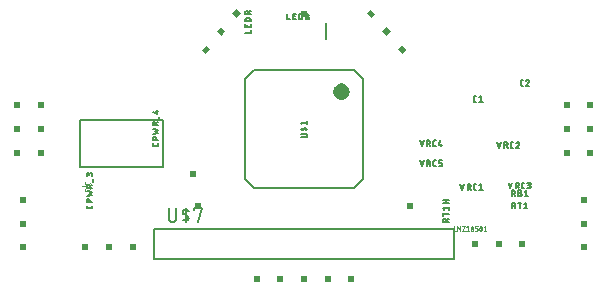
<source format=gbr>
G04 EAGLE Gerber X2 export*
G04 #@! %TF.Part,Single*
G04 #@! %TF.FileFunction,Legend,Top,1*
G04 #@! %TF.FilePolarity,Positive*
G04 #@! %TF.GenerationSoftware,Autodesk,EAGLE,8.6.0*
G04 #@! %TF.CreationDate,2018-03-03T08:39:01Z*
G75*
%MOMM*%
%FSLAX34Y34*%
%LPD*%
%AMOC8*
5,1,8,0,0,1.08239X$1,22.5*%
G01*
%ADD10C,0.127000*%
%ADD11C,0.152400*%
%ADD12C,0.076200*%
%ADD13R,0.508000X0.508000*%
%ADD14C,0.025400*%
%ADD15C,0.203200*%
%ADD16R,0.508000X0.508000*%

G36*
X523049Y389897D02*
X523049Y389897D01*
X523095Y389910D01*
X523171Y389921D01*
X524362Y390282D01*
X524405Y390304D01*
X524477Y390330D01*
X525575Y390917D01*
X525613Y390946D01*
X525678Y390986D01*
X526641Y391775D01*
X526672Y391812D01*
X526728Y391863D01*
X527518Y392826D01*
X527542Y392868D01*
X527587Y392929D01*
X528174Y394027D01*
X528189Y394073D01*
X528222Y394142D01*
X528583Y395333D01*
X528588Y395373D01*
X528592Y395386D01*
X528592Y395394D01*
X528607Y395455D01*
X528729Y396694D01*
X528725Y396742D01*
X528729Y396818D01*
X528607Y398057D01*
X528594Y398103D01*
X528591Y398127D01*
X528590Y398147D01*
X528586Y398156D01*
X528583Y398179D01*
X528222Y399370D01*
X528200Y399413D01*
X528174Y399485D01*
X527587Y400583D01*
X527557Y400620D01*
X527518Y400686D01*
X526728Y401648D01*
X526692Y401680D01*
X526641Y401736D01*
X525678Y402526D01*
X525636Y402549D01*
X525575Y402595D01*
X524477Y403182D01*
X524431Y403197D01*
X524362Y403229D01*
X523171Y403591D01*
X523123Y403596D01*
X523049Y403615D01*
X521810Y403737D01*
X521762Y403733D01*
X521686Y403737D01*
X520447Y403615D01*
X520401Y403602D01*
X520325Y403591D01*
X519134Y403229D01*
X519091Y403207D01*
X519019Y403182D01*
X517921Y402595D01*
X517883Y402565D01*
X517818Y402526D01*
X516856Y401736D01*
X516824Y401700D01*
X516768Y401648D01*
X515978Y400686D01*
X515954Y400644D01*
X515909Y400583D01*
X515322Y399485D01*
X515307Y399439D01*
X515274Y399370D01*
X514913Y398179D01*
X514908Y398136D01*
X514899Y398111D01*
X514900Y398100D01*
X514889Y398057D01*
X514767Y396818D01*
X514771Y396770D01*
X514767Y396694D01*
X514889Y395455D01*
X514902Y395409D01*
X514913Y395333D01*
X515274Y394142D01*
X515296Y394099D01*
X515322Y394027D01*
X515909Y392929D01*
X515939Y392891D01*
X515978Y392826D01*
X516768Y391863D01*
X516804Y391832D01*
X516856Y391775D01*
X517818Y390986D01*
X517860Y390962D01*
X517921Y390917D01*
X519019Y390330D01*
X519065Y390315D01*
X519134Y390282D01*
X520325Y389921D01*
X520373Y389915D01*
X520447Y389897D01*
X521686Y389775D01*
X521734Y389778D01*
X521810Y389775D01*
X523049Y389897D01*
G37*
D10*
X636104Y388024D02*
X635032Y388024D01*
X634967Y388026D01*
X634903Y388032D01*
X634839Y388042D01*
X634775Y388055D01*
X634713Y388073D01*
X634652Y388094D01*
X634592Y388118D01*
X634534Y388147D01*
X634477Y388179D01*
X634423Y388214D01*
X634371Y388252D01*
X634321Y388294D01*
X634274Y388338D01*
X634230Y388385D01*
X634188Y388435D01*
X634150Y388487D01*
X634115Y388541D01*
X634083Y388598D01*
X634054Y388656D01*
X634030Y388716D01*
X634009Y388777D01*
X633991Y388839D01*
X633978Y388903D01*
X633968Y388967D01*
X633962Y389031D01*
X633960Y389096D01*
X633959Y389096D02*
X633959Y391777D01*
X633960Y391777D02*
X633962Y391842D01*
X633968Y391906D01*
X633978Y391970D01*
X633991Y392034D01*
X634009Y392096D01*
X634030Y392157D01*
X634054Y392217D01*
X634083Y392275D01*
X634115Y392332D01*
X634150Y392386D01*
X634188Y392438D01*
X634230Y392488D01*
X634274Y392535D01*
X634321Y392579D01*
X634371Y392621D01*
X634423Y392659D01*
X634477Y392694D01*
X634534Y392726D01*
X634592Y392755D01*
X634652Y392779D01*
X634713Y392800D01*
X634775Y392818D01*
X634839Y392831D01*
X634903Y392841D01*
X634967Y392847D01*
X635032Y392849D01*
X635032Y392850D02*
X636104Y392850D01*
X638560Y391777D02*
X639901Y392850D01*
X639901Y388024D01*
X641241Y388024D02*
X638560Y388024D01*
X674593Y401873D02*
X675665Y401873D01*
X674593Y401874D02*
X674528Y401876D01*
X674464Y401882D01*
X674400Y401892D01*
X674336Y401905D01*
X674274Y401923D01*
X674213Y401944D01*
X674153Y401968D01*
X674095Y401997D01*
X674038Y402029D01*
X673984Y402064D01*
X673932Y402102D01*
X673882Y402144D01*
X673835Y402188D01*
X673791Y402235D01*
X673749Y402285D01*
X673711Y402337D01*
X673676Y402391D01*
X673644Y402448D01*
X673615Y402506D01*
X673591Y402566D01*
X673570Y402627D01*
X673552Y402689D01*
X673539Y402753D01*
X673529Y402817D01*
X673523Y402881D01*
X673521Y402946D01*
X673520Y402946D02*
X673520Y405627D01*
X673521Y405627D02*
X673523Y405692D01*
X673529Y405756D01*
X673539Y405820D01*
X673552Y405884D01*
X673570Y405946D01*
X673591Y406007D01*
X673615Y406067D01*
X673644Y406125D01*
X673676Y406182D01*
X673711Y406236D01*
X673749Y406288D01*
X673791Y406338D01*
X673835Y406385D01*
X673882Y406429D01*
X673932Y406471D01*
X673984Y406509D01*
X674038Y406544D01*
X674095Y406576D01*
X674153Y406605D01*
X674213Y406629D01*
X674274Y406650D01*
X674336Y406668D01*
X674400Y406681D01*
X674464Y406691D01*
X674528Y406697D01*
X674593Y406699D01*
X675665Y406699D01*
X679595Y406700D02*
X679663Y406698D01*
X679730Y406692D01*
X679797Y406683D01*
X679864Y406670D01*
X679929Y406653D01*
X679994Y406632D01*
X680057Y406608D01*
X680119Y406580D01*
X680179Y406549D01*
X680237Y406515D01*
X680293Y406477D01*
X680348Y406437D01*
X680399Y406393D01*
X680448Y406346D01*
X680495Y406297D01*
X680539Y406246D01*
X680579Y406191D01*
X680617Y406135D01*
X680651Y406077D01*
X680682Y406017D01*
X680710Y405955D01*
X680734Y405892D01*
X680755Y405827D01*
X680772Y405762D01*
X680785Y405695D01*
X680794Y405628D01*
X680800Y405561D01*
X680802Y405493D01*
X679595Y406699D02*
X679517Y406697D01*
X679439Y406691D01*
X679362Y406681D01*
X679285Y406668D01*
X679209Y406650D01*
X679134Y406629D01*
X679060Y406604D01*
X678988Y406575D01*
X678917Y406543D01*
X678848Y406507D01*
X678780Y406468D01*
X678715Y406425D01*
X678652Y406379D01*
X678591Y406330D01*
X678533Y406278D01*
X678478Y406223D01*
X678425Y406166D01*
X678376Y406106D01*
X678329Y406043D01*
X678286Y405979D01*
X678246Y405912D01*
X678209Y405843D01*
X678176Y405772D01*
X678146Y405700D01*
X678120Y405627D01*
X680400Y404555D02*
X680449Y404604D01*
X680496Y404656D01*
X680539Y404711D01*
X680580Y404768D01*
X680618Y404827D01*
X680652Y404888D01*
X680683Y404951D01*
X680711Y405015D01*
X680735Y405081D01*
X680755Y405147D01*
X680772Y405215D01*
X680785Y405284D01*
X680794Y405353D01*
X680800Y405423D01*
X680802Y405493D01*
X680400Y404554D02*
X678121Y401873D01*
X680802Y401873D01*
D11*
X539998Y407506D02*
X539998Y322506D01*
X532498Y415006D02*
X447498Y415006D01*
X439998Y407506D02*
X439998Y322506D01*
X447498Y315006D02*
X532498Y315006D01*
X539998Y322506D01*
X447498Y315006D02*
X439998Y322506D01*
X439998Y407506D02*
X447498Y415006D01*
X532498Y415006D02*
X539998Y407506D01*
D10*
X491127Y358165D02*
X487458Y358165D01*
X491127Y358166D02*
X491201Y358168D01*
X491274Y358174D01*
X491348Y358183D01*
X491420Y358197D01*
X491492Y358214D01*
X491563Y358235D01*
X491633Y358260D01*
X491701Y358288D01*
X491768Y358320D01*
X491833Y358355D01*
X491895Y358394D01*
X491956Y358435D01*
X492015Y358480D01*
X492071Y358528D01*
X492125Y358579D01*
X492176Y358633D01*
X492224Y358689D01*
X492269Y358748D01*
X492310Y358809D01*
X492349Y358872D01*
X492384Y358936D01*
X492416Y359003D01*
X492444Y359071D01*
X492469Y359141D01*
X492490Y359212D01*
X492507Y359284D01*
X492521Y359356D01*
X492530Y359430D01*
X492536Y359503D01*
X492538Y359577D01*
X492536Y359651D01*
X492530Y359724D01*
X492521Y359798D01*
X492507Y359870D01*
X492490Y359942D01*
X492469Y360013D01*
X492444Y360083D01*
X492416Y360151D01*
X492384Y360218D01*
X492349Y360283D01*
X492310Y360345D01*
X492269Y360406D01*
X492224Y360465D01*
X492176Y360521D01*
X492125Y360575D01*
X492071Y360626D01*
X492015Y360674D01*
X491956Y360719D01*
X491895Y360760D01*
X491833Y360799D01*
X491768Y360834D01*
X491701Y360866D01*
X491633Y360894D01*
X491563Y360919D01*
X491492Y360940D01*
X491420Y360957D01*
X491348Y360971D01*
X491274Y360980D01*
X491201Y360986D01*
X491127Y360988D01*
X487458Y360988D01*
X487458Y365101D02*
X492538Y365101D01*
X489998Y365101D02*
X489575Y364396D01*
X489575Y364395D02*
X489544Y364348D01*
X489510Y364302D01*
X489473Y364259D01*
X489434Y364219D01*
X489391Y364181D01*
X489347Y364146D01*
X489300Y364115D01*
X489251Y364086D01*
X489200Y364061D01*
X489147Y364039D01*
X489094Y364021D01*
X489039Y364007D01*
X488983Y363996D01*
X488927Y363989D01*
X488870Y363986D01*
X488814Y363987D01*
X488757Y363991D01*
X488701Y364000D01*
X488646Y364012D01*
X488591Y364027D01*
X488538Y364047D01*
X488486Y364069D01*
X488436Y364096D01*
X488388Y364125D01*
X488341Y364158D01*
X488298Y364194D01*
X488256Y364233D01*
X488217Y364274D01*
X488182Y364318D01*
X488149Y364364D01*
X488119Y364412D01*
X488093Y364463D01*
X488070Y364514D01*
X488051Y364568D01*
X488035Y364622D01*
X488023Y364678D01*
X488022Y364678D02*
X488008Y364767D01*
X487997Y364856D01*
X487990Y364945D01*
X487986Y365034D01*
X487986Y365124D01*
X487990Y365213D01*
X487997Y365303D01*
X488008Y365392D01*
X488022Y365480D01*
X488040Y365568D01*
X488061Y365655D01*
X488086Y365741D01*
X488114Y365826D01*
X488146Y365910D01*
X488181Y365992D01*
X488219Y366073D01*
X488260Y366153D01*
X488305Y366230D01*
X489998Y365101D02*
X490421Y365807D01*
X490452Y365854D01*
X490486Y365900D01*
X490523Y365943D01*
X490562Y365983D01*
X490605Y366021D01*
X490649Y366056D01*
X490696Y366087D01*
X490745Y366116D01*
X490796Y366141D01*
X490849Y366163D01*
X490902Y366181D01*
X490957Y366195D01*
X491013Y366206D01*
X491069Y366213D01*
X491126Y366216D01*
X491182Y366215D01*
X491239Y366211D01*
X491295Y366202D01*
X491350Y366190D01*
X491405Y366175D01*
X491458Y366155D01*
X491510Y366133D01*
X491560Y366106D01*
X491608Y366077D01*
X491655Y366044D01*
X491698Y366008D01*
X491740Y365969D01*
X491779Y365928D01*
X491814Y365884D01*
X491847Y365838D01*
X491877Y365790D01*
X491903Y365739D01*
X491926Y365688D01*
X491945Y365634D01*
X491961Y365580D01*
X491973Y365525D01*
X491974Y365525D02*
X491988Y365436D01*
X491999Y365348D01*
X492006Y365258D01*
X492010Y365169D01*
X492010Y365079D01*
X492006Y364990D01*
X491999Y364900D01*
X491988Y364811D01*
X491974Y364723D01*
X491956Y364635D01*
X491935Y364548D01*
X491910Y364462D01*
X491882Y364377D01*
X491850Y364293D01*
X491815Y364211D01*
X491777Y364130D01*
X491736Y364050D01*
X491691Y363973D01*
X488587Y369024D02*
X487458Y370435D01*
X492538Y370435D01*
X492538Y369024D02*
X492538Y371846D01*
X310851Y300257D02*
X310851Y299184D01*
X310849Y299119D01*
X310843Y299055D01*
X310833Y298991D01*
X310820Y298927D01*
X310802Y298865D01*
X310781Y298804D01*
X310757Y298744D01*
X310728Y298686D01*
X310696Y298629D01*
X310661Y298575D01*
X310623Y298523D01*
X310581Y298473D01*
X310537Y298426D01*
X310490Y298382D01*
X310440Y298340D01*
X310388Y298302D01*
X310334Y298267D01*
X310277Y298235D01*
X310219Y298206D01*
X310159Y298182D01*
X310098Y298161D01*
X310036Y298143D01*
X309972Y298130D01*
X309908Y298120D01*
X309844Y298114D01*
X309779Y298112D01*
X307097Y298112D01*
X307032Y298114D01*
X306968Y298120D01*
X306904Y298130D01*
X306840Y298143D01*
X306778Y298161D01*
X306717Y298182D01*
X306657Y298207D01*
X306598Y298235D01*
X306542Y298267D01*
X306487Y298302D01*
X306435Y298340D01*
X306385Y298382D01*
X306338Y298426D01*
X306294Y298473D01*
X306252Y298523D01*
X306214Y298575D01*
X306179Y298630D01*
X306147Y298686D01*
X306119Y298745D01*
X306094Y298804D01*
X306073Y298866D01*
X306055Y298928D01*
X306042Y298992D01*
X306032Y299056D01*
X306026Y299120D01*
X306024Y299185D01*
X306025Y299184D02*
X306025Y300257D01*
X306025Y303042D02*
X310851Y303042D01*
X306025Y303042D02*
X306025Y304383D01*
X306027Y304454D01*
X306033Y304526D01*
X306042Y304596D01*
X306055Y304666D01*
X306072Y304736D01*
X306093Y304804D01*
X306117Y304871D01*
X306145Y304937D01*
X306176Y305001D01*
X306211Y305064D01*
X306249Y305124D01*
X306290Y305183D01*
X306334Y305239D01*
X306381Y305293D01*
X306430Y305344D01*
X306483Y305392D01*
X306538Y305438D01*
X306595Y305480D01*
X306655Y305520D01*
X306716Y305556D01*
X306780Y305589D01*
X306845Y305618D01*
X306911Y305644D01*
X306979Y305667D01*
X307048Y305686D01*
X307118Y305701D01*
X307188Y305712D01*
X307259Y305720D01*
X307330Y305724D01*
X307402Y305724D01*
X307473Y305720D01*
X307544Y305712D01*
X307614Y305701D01*
X307684Y305686D01*
X307753Y305667D01*
X307821Y305644D01*
X307887Y305618D01*
X307952Y305589D01*
X308016Y305556D01*
X308077Y305520D01*
X308137Y305480D01*
X308194Y305438D01*
X308249Y305392D01*
X308302Y305344D01*
X308351Y305293D01*
X308398Y305239D01*
X308442Y305183D01*
X308483Y305124D01*
X308521Y305064D01*
X308556Y305001D01*
X308587Y304937D01*
X308615Y304871D01*
X308639Y304804D01*
X308660Y304736D01*
X308677Y304666D01*
X308690Y304596D01*
X308699Y304526D01*
X308705Y304454D01*
X308707Y304383D01*
X308706Y304383D02*
X308706Y303042D01*
X306025Y308126D02*
X310851Y309199D01*
X307634Y310271D01*
X310851Y311344D01*
X306025Y312416D01*
X306025Y315395D02*
X310851Y315395D01*
X306025Y315395D02*
X306025Y316736D01*
X306027Y316807D01*
X306033Y316879D01*
X306042Y316949D01*
X306055Y317019D01*
X306072Y317089D01*
X306093Y317157D01*
X306117Y317224D01*
X306145Y317290D01*
X306176Y317354D01*
X306211Y317417D01*
X306249Y317477D01*
X306290Y317536D01*
X306334Y317592D01*
X306381Y317646D01*
X306430Y317697D01*
X306483Y317745D01*
X306538Y317791D01*
X306595Y317833D01*
X306655Y317873D01*
X306716Y317909D01*
X306780Y317942D01*
X306845Y317971D01*
X306911Y317997D01*
X306979Y318020D01*
X307048Y318039D01*
X307118Y318054D01*
X307188Y318065D01*
X307259Y318073D01*
X307330Y318077D01*
X307402Y318077D01*
X307473Y318073D01*
X307544Y318065D01*
X307614Y318054D01*
X307684Y318039D01*
X307753Y318020D01*
X307821Y317997D01*
X307887Y317971D01*
X307952Y317942D01*
X308016Y317909D01*
X308077Y317873D01*
X308137Y317833D01*
X308194Y317791D01*
X308249Y317745D01*
X308302Y317697D01*
X308351Y317646D01*
X308398Y317592D01*
X308442Y317536D01*
X308483Y317477D01*
X308521Y317417D01*
X308556Y317354D01*
X308587Y317290D01*
X308615Y317224D01*
X308639Y317157D01*
X308660Y317089D01*
X308677Y317019D01*
X308690Y316949D01*
X308699Y316879D01*
X308705Y316807D01*
X308707Y316736D01*
X308706Y316736D02*
X308706Y315395D01*
X308706Y317004D02*
X310851Y318076D01*
X311387Y320537D02*
X311387Y322682D01*
X310851Y325207D02*
X310851Y326547D01*
X310849Y326618D01*
X310843Y326690D01*
X310834Y326760D01*
X310821Y326830D01*
X310804Y326900D01*
X310783Y326968D01*
X310759Y327035D01*
X310731Y327101D01*
X310700Y327165D01*
X310665Y327228D01*
X310627Y327288D01*
X310586Y327347D01*
X310542Y327403D01*
X310495Y327457D01*
X310446Y327508D01*
X310393Y327556D01*
X310338Y327602D01*
X310281Y327644D01*
X310221Y327684D01*
X310160Y327720D01*
X310096Y327753D01*
X310031Y327782D01*
X309965Y327808D01*
X309897Y327831D01*
X309828Y327850D01*
X309758Y327865D01*
X309688Y327876D01*
X309617Y327884D01*
X309546Y327888D01*
X309474Y327888D01*
X309403Y327884D01*
X309332Y327876D01*
X309262Y327865D01*
X309192Y327850D01*
X309123Y327831D01*
X309055Y327808D01*
X308989Y327782D01*
X308924Y327753D01*
X308860Y327720D01*
X308799Y327684D01*
X308739Y327644D01*
X308682Y327602D01*
X308627Y327556D01*
X308574Y327508D01*
X308525Y327457D01*
X308478Y327403D01*
X308434Y327347D01*
X308393Y327288D01*
X308355Y327228D01*
X308320Y327165D01*
X308289Y327101D01*
X308261Y327035D01*
X308237Y326968D01*
X308216Y326900D01*
X308199Y326830D01*
X308186Y326760D01*
X308177Y326690D01*
X308171Y326618D01*
X308169Y326547D01*
X306025Y326816D02*
X306025Y325207D01*
X306025Y326816D02*
X306027Y326881D01*
X306033Y326945D01*
X306043Y327009D01*
X306056Y327073D01*
X306074Y327135D01*
X306095Y327196D01*
X306119Y327256D01*
X306148Y327314D01*
X306180Y327371D01*
X306215Y327425D01*
X306253Y327477D01*
X306295Y327527D01*
X306339Y327574D01*
X306386Y327618D01*
X306436Y327660D01*
X306488Y327698D01*
X306542Y327733D01*
X306599Y327765D01*
X306657Y327794D01*
X306717Y327818D01*
X306778Y327839D01*
X306840Y327857D01*
X306904Y327870D01*
X306968Y327880D01*
X307032Y327886D01*
X307097Y327888D01*
X307162Y327886D01*
X307226Y327880D01*
X307290Y327870D01*
X307354Y327857D01*
X307416Y327839D01*
X307477Y327818D01*
X307537Y327794D01*
X307595Y327765D01*
X307652Y327733D01*
X307706Y327698D01*
X307758Y327660D01*
X307808Y327618D01*
X307855Y327574D01*
X307899Y327527D01*
X307941Y327477D01*
X307979Y327425D01*
X308014Y327371D01*
X308046Y327314D01*
X308075Y327256D01*
X308099Y327196D01*
X308120Y327135D01*
X308138Y327073D01*
X308151Y327009D01*
X308161Y326945D01*
X308167Y326881D01*
X308169Y326816D01*
X308170Y326816D02*
X308170Y325743D01*
X366735Y352015D02*
X366735Y353087D01*
X366735Y352015D02*
X366733Y351950D01*
X366727Y351886D01*
X366717Y351822D01*
X366704Y351758D01*
X366686Y351696D01*
X366665Y351635D01*
X366641Y351575D01*
X366612Y351517D01*
X366580Y351460D01*
X366545Y351406D01*
X366507Y351354D01*
X366465Y351304D01*
X366421Y351257D01*
X366374Y351213D01*
X366324Y351171D01*
X366272Y351133D01*
X366218Y351098D01*
X366161Y351066D01*
X366103Y351037D01*
X366043Y351013D01*
X365982Y350992D01*
X365920Y350974D01*
X365856Y350961D01*
X365792Y350951D01*
X365728Y350945D01*
X365663Y350943D01*
X365663Y350942D02*
X362981Y350942D01*
X362916Y350944D01*
X362852Y350950D01*
X362788Y350960D01*
X362724Y350973D01*
X362662Y350991D01*
X362601Y351012D01*
X362541Y351037D01*
X362482Y351065D01*
X362426Y351097D01*
X362371Y351132D01*
X362319Y351170D01*
X362269Y351212D01*
X362222Y351256D01*
X362178Y351303D01*
X362136Y351353D01*
X362098Y351405D01*
X362063Y351460D01*
X362031Y351516D01*
X362003Y351575D01*
X361978Y351634D01*
X361957Y351696D01*
X361939Y351758D01*
X361926Y351822D01*
X361916Y351886D01*
X361910Y351950D01*
X361908Y352015D01*
X361909Y352015D02*
X361909Y353087D01*
X361909Y355872D02*
X366735Y355872D01*
X361909Y355872D02*
X361909Y357213D01*
X361911Y357284D01*
X361917Y357356D01*
X361926Y357426D01*
X361939Y357496D01*
X361956Y357566D01*
X361977Y357634D01*
X362001Y357701D01*
X362029Y357767D01*
X362060Y357831D01*
X362095Y357894D01*
X362133Y357954D01*
X362174Y358013D01*
X362218Y358069D01*
X362265Y358123D01*
X362314Y358174D01*
X362367Y358222D01*
X362422Y358268D01*
X362479Y358310D01*
X362539Y358350D01*
X362600Y358386D01*
X362664Y358419D01*
X362729Y358448D01*
X362795Y358474D01*
X362863Y358497D01*
X362932Y358516D01*
X363002Y358531D01*
X363072Y358542D01*
X363143Y358550D01*
X363214Y358554D01*
X363286Y358554D01*
X363357Y358550D01*
X363428Y358542D01*
X363498Y358531D01*
X363568Y358516D01*
X363637Y358497D01*
X363705Y358474D01*
X363771Y358448D01*
X363836Y358419D01*
X363900Y358386D01*
X363961Y358350D01*
X364021Y358310D01*
X364078Y358268D01*
X364133Y358222D01*
X364186Y358174D01*
X364235Y358123D01*
X364282Y358069D01*
X364326Y358013D01*
X364367Y357954D01*
X364405Y357894D01*
X364440Y357831D01*
X364471Y357767D01*
X364499Y357701D01*
X364523Y357634D01*
X364544Y357566D01*
X364561Y357496D01*
X364574Y357426D01*
X364583Y357356D01*
X364589Y357284D01*
X364591Y357213D01*
X364590Y357213D02*
X364590Y355872D01*
X361909Y360956D02*
X366735Y362029D01*
X363518Y363101D01*
X366735Y364174D01*
X361909Y365246D01*
X361909Y368225D02*
X366735Y368225D01*
X361909Y368225D02*
X361909Y369566D01*
X361911Y369637D01*
X361917Y369709D01*
X361926Y369779D01*
X361939Y369849D01*
X361956Y369919D01*
X361977Y369987D01*
X362001Y370054D01*
X362029Y370120D01*
X362060Y370184D01*
X362095Y370247D01*
X362133Y370307D01*
X362174Y370366D01*
X362218Y370422D01*
X362265Y370476D01*
X362314Y370527D01*
X362367Y370575D01*
X362422Y370621D01*
X362479Y370663D01*
X362539Y370703D01*
X362600Y370739D01*
X362664Y370772D01*
X362729Y370801D01*
X362795Y370827D01*
X362863Y370850D01*
X362932Y370869D01*
X363002Y370884D01*
X363072Y370895D01*
X363143Y370903D01*
X363214Y370907D01*
X363286Y370907D01*
X363357Y370903D01*
X363428Y370895D01*
X363498Y370884D01*
X363568Y370869D01*
X363637Y370850D01*
X363705Y370827D01*
X363771Y370801D01*
X363836Y370772D01*
X363900Y370739D01*
X363961Y370703D01*
X364021Y370663D01*
X364078Y370621D01*
X364133Y370575D01*
X364186Y370527D01*
X364235Y370476D01*
X364282Y370422D01*
X364326Y370366D01*
X364367Y370307D01*
X364405Y370247D01*
X364440Y370184D01*
X364471Y370120D01*
X364499Y370054D01*
X364523Y369987D01*
X364544Y369919D01*
X364561Y369849D01*
X364574Y369779D01*
X364583Y369709D01*
X364589Y369637D01*
X364591Y369566D01*
X364590Y369566D02*
X364590Y368225D01*
X364590Y369834D02*
X366735Y370906D01*
X367271Y373367D02*
X367271Y375512D01*
X365663Y378037D02*
X361909Y379109D01*
X365663Y378037D02*
X365663Y380718D01*
X364590Y379914D02*
X366735Y379914D01*
D11*
X370298Y372812D02*
X370298Y333188D01*
X370298Y372812D02*
X300702Y372812D01*
X300702Y333188D01*
X370298Y333188D01*
D12*
X305838Y316643D02*
X301859Y316643D01*
X305838Y316643D02*
X308823Y318964D01*
X305838Y316643D02*
X308823Y314321D01*
X305838Y316643D02*
X304512Y320290D01*
X305838Y316643D02*
X304512Y312995D01*
D13*
X530000Y238000D03*
X510000Y238000D03*
X490000Y238000D03*
X470000Y238000D03*
X450000Y238000D03*
D14*
X616712Y278783D02*
X616712Y282593D01*
X616712Y278783D02*
X618405Y278783D01*
X619907Y278783D02*
X619907Y282593D01*
X621177Y280476D01*
X622447Y282593D01*
X622447Y278783D01*
X624020Y282593D02*
X626137Y282593D01*
X624020Y278783D01*
X626137Y278783D01*
X627556Y281746D02*
X628614Y282593D01*
X628614Y278783D01*
X627556Y278783D02*
X629673Y278783D01*
X631213Y280688D02*
X631215Y280798D01*
X631221Y280907D01*
X631230Y281016D01*
X631244Y281125D01*
X631261Y281233D01*
X631282Y281341D01*
X631306Y281447D01*
X631335Y281553D01*
X631367Y281658D01*
X631402Y281762D01*
X631441Y281864D01*
X631484Y281965D01*
X631531Y282064D01*
X631551Y282114D01*
X631573Y282163D01*
X631599Y282211D01*
X631628Y282256D01*
X631661Y282299D01*
X631696Y282340D01*
X631734Y282379D01*
X631774Y282414D01*
X631817Y282447D01*
X631862Y282477D01*
X631909Y282504D01*
X631957Y282527D01*
X632007Y282547D01*
X632059Y282563D01*
X632111Y282576D01*
X632164Y282586D01*
X632218Y282591D01*
X632272Y282593D01*
X632326Y282591D01*
X632380Y282586D01*
X632433Y282576D01*
X632485Y282563D01*
X632537Y282547D01*
X632587Y282527D01*
X632635Y282504D01*
X632682Y282477D01*
X632727Y282447D01*
X632770Y282414D01*
X632810Y282379D01*
X632848Y282340D01*
X632883Y282299D01*
X632916Y282256D01*
X632945Y282211D01*
X632971Y282163D01*
X632993Y282114D01*
X633013Y282064D01*
X633060Y281965D01*
X633103Y281864D01*
X633142Y281762D01*
X633177Y281658D01*
X633209Y281553D01*
X633238Y281447D01*
X633262Y281341D01*
X633283Y281233D01*
X633300Y281125D01*
X633314Y281016D01*
X633323Y280907D01*
X633329Y280798D01*
X633331Y280688D01*
X631213Y280688D02*
X631215Y280578D01*
X631221Y280469D01*
X631230Y280360D01*
X631244Y280251D01*
X631261Y280143D01*
X631282Y280035D01*
X631306Y279929D01*
X631335Y279823D01*
X631367Y279718D01*
X631402Y279615D01*
X631441Y279512D01*
X631484Y279411D01*
X631531Y279312D01*
X631551Y279262D01*
X631573Y279213D01*
X631599Y279165D01*
X631628Y279120D01*
X631661Y279077D01*
X631696Y279036D01*
X631734Y278997D01*
X631774Y278962D01*
X631817Y278929D01*
X631862Y278899D01*
X631909Y278872D01*
X631957Y278849D01*
X632007Y278829D01*
X632059Y278813D01*
X632111Y278800D01*
X632164Y278790D01*
X632218Y278785D01*
X632272Y278783D01*
X633012Y279312D02*
X633059Y279411D01*
X633102Y279512D01*
X633141Y279615D01*
X633176Y279718D01*
X633208Y279823D01*
X633237Y279929D01*
X633261Y280035D01*
X633282Y280143D01*
X633299Y280251D01*
X633313Y280360D01*
X633322Y280469D01*
X633328Y280578D01*
X633330Y280688D01*
X633013Y279312D02*
X632993Y279262D01*
X632971Y279213D01*
X632945Y279165D01*
X632916Y279120D01*
X632883Y279077D01*
X632848Y279036D01*
X632810Y278997D01*
X632770Y278962D01*
X632727Y278929D01*
X632682Y278899D01*
X632635Y278872D01*
X632587Y278849D01*
X632537Y278829D01*
X632485Y278813D01*
X632433Y278800D01*
X632380Y278790D01*
X632326Y278785D01*
X632272Y278783D01*
X631425Y279630D02*
X633119Y281746D01*
X634871Y278783D02*
X636141Y278783D01*
X636196Y278785D01*
X636252Y278790D01*
X636306Y278799D01*
X636360Y278812D01*
X636413Y278828D01*
X636465Y278847D01*
X636516Y278870D01*
X636565Y278896D01*
X636612Y278926D01*
X636657Y278958D01*
X636699Y278993D01*
X636740Y279031D01*
X636778Y279072D01*
X636813Y279114D01*
X636845Y279159D01*
X636875Y279207D01*
X636901Y279255D01*
X636924Y279306D01*
X636943Y279358D01*
X636959Y279411D01*
X636972Y279465D01*
X636981Y279519D01*
X636986Y279575D01*
X636988Y279630D01*
X636988Y280053D01*
X636986Y280108D01*
X636981Y280164D01*
X636972Y280218D01*
X636959Y280272D01*
X636943Y280325D01*
X636924Y280377D01*
X636901Y280428D01*
X636875Y280477D01*
X636845Y280524D01*
X636813Y280569D01*
X636778Y280611D01*
X636740Y280652D01*
X636699Y280690D01*
X636657Y280725D01*
X636612Y280757D01*
X636565Y280787D01*
X636516Y280813D01*
X636465Y280836D01*
X636413Y280855D01*
X636360Y280871D01*
X636306Y280884D01*
X636252Y280893D01*
X636196Y280898D01*
X636141Y280900D01*
X634871Y280900D01*
X634871Y282593D01*
X636988Y282593D01*
X638846Y282064D02*
X638799Y281965D01*
X638756Y281864D01*
X638717Y281762D01*
X638682Y281658D01*
X638650Y281553D01*
X638621Y281447D01*
X638597Y281341D01*
X638576Y281233D01*
X638559Y281125D01*
X638545Y281016D01*
X638536Y280907D01*
X638530Y280798D01*
X638528Y280688D01*
X638846Y282064D02*
X638866Y282114D01*
X638888Y282163D01*
X638914Y282211D01*
X638943Y282256D01*
X638976Y282299D01*
X639011Y282340D01*
X639049Y282379D01*
X639089Y282414D01*
X639132Y282447D01*
X639177Y282477D01*
X639224Y282504D01*
X639272Y282527D01*
X639322Y282547D01*
X639374Y282563D01*
X639426Y282576D01*
X639479Y282586D01*
X639533Y282591D01*
X639587Y282593D01*
X639641Y282591D01*
X639695Y282586D01*
X639748Y282576D01*
X639800Y282563D01*
X639852Y282547D01*
X639902Y282527D01*
X639950Y282504D01*
X639997Y282477D01*
X640042Y282447D01*
X640085Y282414D01*
X640125Y282379D01*
X640163Y282340D01*
X640198Y282299D01*
X640231Y282256D01*
X640260Y282211D01*
X640286Y282163D01*
X640308Y282114D01*
X640328Y282064D01*
X640375Y281965D01*
X640418Y281864D01*
X640457Y281762D01*
X640492Y281658D01*
X640524Y281553D01*
X640553Y281447D01*
X640577Y281341D01*
X640598Y281233D01*
X640615Y281125D01*
X640629Y281016D01*
X640638Y280907D01*
X640644Y280798D01*
X640646Y280688D01*
X638529Y280688D02*
X638531Y280578D01*
X638537Y280469D01*
X638546Y280360D01*
X638560Y280251D01*
X638577Y280143D01*
X638598Y280035D01*
X638622Y279929D01*
X638651Y279823D01*
X638683Y279718D01*
X638718Y279615D01*
X638757Y279512D01*
X638800Y279411D01*
X638847Y279312D01*
X638846Y279312D02*
X638866Y279262D01*
X638888Y279213D01*
X638914Y279165D01*
X638943Y279120D01*
X638976Y279077D01*
X639011Y279036D01*
X639049Y278997D01*
X639089Y278962D01*
X639132Y278929D01*
X639177Y278899D01*
X639224Y278872D01*
X639272Y278849D01*
X639322Y278829D01*
X639374Y278813D01*
X639426Y278800D01*
X639479Y278790D01*
X639533Y278785D01*
X639587Y278783D01*
X640328Y279312D02*
X640375Y279411D01*
X640418Y279512D01*
X640457Y279615D01*
X640492Y279718D01*
X640524Y279823D01*
X640553Y279929D01*
X640577Y280035D01*
X640598Y280143D01*
X640615Y280251D01*
X640629Y280360D01*
X640638Y280469D01*
X640644Y280578D01*
X640646Y280688D01*
X640328Y279312D02*
X640308Y279262D01*
X640286Y279213D01*
X640260Y279165D01*
X640231Y279120D01*
X640198Y279077D01*
X640163Y279036D01*
X640125Y278997D01*
X640085Y278962D01*
X640042Y278929D01*
X639997Y278899D01*
X639950Y278872D01*
X639902Y278849D01*
X639852Y278829D01*
X639800Y278813D01*
X639748Y278800D01*
X639695Y278790D01*
X639641Y278785D01*
X639587Y278783D01*
X638740Y279630D02*
X640434Y281746D01*
X642186Y281746D02*
X643245Y282593D01*
X643245Y278783D01*
X644303Y278783D02*
X642186Y278783D01*
D10*
X666171Y297855D02*
X666171Y302681D01*
X667511Y302681D01*
X667582Y302679D01*
X667654Y302673D01*
X667724Y302664D01*
X667794Y302651D01*
X667864Y302634D01*
X667932Y302613D01*
X667999Y302589D01*
X668065Y302561D01*
X668129Y302530D01*
X668192Y302495D01*
X668252Y302457D01*
X668311Y302416D01*
X668367Y302372D01*
X668421Y302325D01*
X668472Y302276D01*
X668520Y302223D01*
X668566Y302168D01*
X668608Y302111D01*
X668648Y302051D01*
X668684Y301990D01*
X668717Y301926D01*
X668746Y301861D01*
X668772Y301795D01*
X668795Y301727D01*
X668814Y301658D01*
X668829Y301588D01*
X668840Y301518D01*
X668848Y301447D01*
X668852Y301376D01*
X668852Y301304D01*
X668848Y301233D01*
X668840Y301162D01*
X668829Y301092D01*
X668814Y301022D01*
X668795Y300953D01*
X668772Y300885D01*
X668746Y300819D01*
X668717Y300754D01*
X668684Y300690D01*
X668648Y300629D01*
X668608Y300569D01*
X668566Y300512D01*
X668520Y300457D01*
X668472Y300404D01*
X668421Y300355D01*
X668367Y300308D01*
X668311Y300264D01*
X668252Y300223D01*
X668192Y300185D01*
X668129Y300150D01*
X668065Y300119D01*
X667999Y300091D01*
X667932Y300067D01*
X667864Y300046D01*
X667794Y300029D01*
X667724Y300016D01*
X667654Y300007D01*
X667582Y300001D01*
X667511Y299999D01*
X667511Y300000D02*
X666171Y300000D01*
X667779Y300000D02*
X668852Y297855D01*
X672568Y297855D02*
X672568Y302681D01*
X671228Y302681D02*
X673909Y302681D01*
X676348Y301609D02*
X677689Y302681D01*
X677689Y297855D01*
X679029Y297855D02*
X676348Y297855D01*
X665885Y308269D02*
X665885Y313095D01*
X667225Y313095D01*
X667296Y313093D01*
X667368Y313087D01*
X667438Y313078D01*
X667508Y313065D01*
X667578Y313048D01*
X667646Y313027D01*
X667713Y313003D01*
X667779Y312975D01*
X667843Y312944D01*
X667906Y312909D01*
X667966Y312871D01*
X668025Y312830D01*
X668081Y312786D01*
X668135Y312739D01*
X668186Y312690D01*
X668234Y312637D01*
X668280Y312582D01*
X668322Y312525D01*
X668362Y312465D01*
X668398Y312404D01*
X668431Y312340D01*
X668460Y312275D01*
X668486Y312209D01*
X668509Y312141D01*
X668528Y312072D01*
X668543Y312002D01*
X668554Y311932D01*
X668562Y311861D01*
X668566Y311790D01*
X668566Y311718D01*
X668562Y311647D01*
X668554Y311576D01*
X668543Y311506D01*
X668528Y311436D01*
X668509Y311367D01*
X668486Y311299D01*
X668460Y311233D01*
X668431Y311168D01*
X668398Y311104D01*
X668362Y311043D01*
X668322Y310983D01*
X668280Y310926D01*
X668234Y310871D01*
X668186Y310818D01*
X668135Y310769D01*
X668081Y310722D01*
X668025Y310678D01*
X667966Y310637D01*
X667906Y310599D01*
X667843Y310564D01*
X667779Y310533D01*
X667713Y310505D01*
X667646Y310481D01*
X667578Y310460D01*
X667508Y310443D01*
X667438Y310430D01*
X667368Y310421D01*
X667296Y310415D01*
X667225Y310413D01*
X667225Y310414D02*
X665885Y310414D01*
X667494Y310414D02*
X668566Y308269D01*
X671637Y310950D02*
X672978Y310950D01*
X672978Y310951D02*
X673049Y310949D01*
X673121Y310943D01*
X673191Y310934D01*
X673261Y310921D01*
X673331Y310904D01*
X673399Y310883D01*
X673466Y310859D01*
X673532Y310831D01*
X673596Y310800D01*
X673659Y310765D01*
X673719Y310727D01*
X673778Y310686D01*
X673834Y310642D01*
X673888Y310595D01*
X673939Y310546D01*
X673987Y310493D01*
X674033Y310438D01*
X674075Y310381D01*
X674115Y310321D01*
X674151Y310260D01*
X674184Y310196D01*
X674213Y310131D01*
X674239Y310065D01*
X674262Y309997D01*
X674281Y309928D01*
X674296Y309858D01*
X674307Y309788D01*
X674315Y309717D01*
X674319Y309646D01*
X674319Y309574D01*
X674315Y309503D01*
X674307Y309432D01*
X674296Y309362D01*
X674281Y309292D01*
X674262Y309223D01*
X674239Y309155D01*
X674213Y309089D01*
X674184Y309024D01*
X674151Y308960D01*
X674115Y308899D01*
X674075Y308839D01*
X674033Y308782D01*
X673987Y308727D01*
X673939Y308674D01*
X673888Y308625D01*
X673834Y308578D01*
X673778Y308534D01*
X673719Y308493D01*
X673659Y308455D01*
X673596Y308420D01*
X673532Y308389D01*
X673466Y308361D01*
X673399Y308337D01*
X673331Y308316D01*
X673261Y308299D01*
X673191Y308286D01*
X673121Y308277D01*
X673049Y308271D01*
X672978Y308269D01*
X671637Y308269D01*
X671637Y313095D01*
X672978Y313095D01*
X673043Y313093D01*
X673107Y313087D01*
X673171Y313077D01*
X673235Y313064D01*
X673297Y313046D01*
X673358Y313025D01*
X673418Y313001D01*
X673476Y312972D01*
X673533Y312940D01*
X673587Y312905D01*
X673639Y312867D01*
X673689Y312825D01*
X673736Y312781D01*
X673780Y312734D01*
X673822Y312684D01*
X673860Y312632D01*
X673895Y312578D01*
X673927Y312521D01*
X673956Y312463D01*
X673980Y312403D01*
X674001Y312342D01*
X674019Y312280D01*
X674032Y312216D01*
X674042Y312152D01*
X674048Y312088D01*
X674050Y312023D01*
X674048Y311958D01*
X674042Y311894D01*
X674032Y311830D01*
X674019Y311766D01*
X674001Y311704D01*
X673980Y311643D01*
X673956Y311583D01*
X673927Y311525D01*
X673895Y311468D01*
X673860Y311414D01*
X673822Y311362D01*
X673780Y311312D01*
X673736Y311265D01*
X673689Y311221D01*
X673639Y311179D01*
X673587Y311141D01*
X673533Y311106D01*
X673476Y311074D01*
X673418Y311045D01*
X673358Y311021D01*
X673297Y311000D01*
X673235Y310982D01*
X673171Y310969D01*
X673107Y310959D01*
X673043Y310953D01*
X672978Y310951D01*
X676794Y312023D02*
X678135Y313095D01*
X678135Y308269D01*
X679475Y308269D02*
X676794Y308269D01*
X664840Y314815D02*
X663232Y319641D01*
X666449Y319641D02*
X664840Y314815D01*
X669233Y314815D02*
X669233Y319641D01*
X670573Y319641D01*
X670644Y319639D01*
X670716Y319633D01*
X670786Y319624D01*
X670856Y319611D01*
X670926Y319594D01*
X670994Y319573D01*
X671061Y319549D01*
X671127Y319521D01*
X671191Y319490D01*
X671254Y319455D01*
X671314Y319417D01*
X671373Y319376D01*
X671429Y319332D01*
X671483Y319285D01*
X671534Y319236D01*
X671582Y319183D01*
X671628Y319128D01*
X671670Y319071D01*
X671710Y319011D01*
X671746Y318950D01*
X671779Y318886D01*
X671808Y318821D01*
X671834Y318755D01*
X671857Y318687D01*
X671876Y318618D01*
X671891Y318548D01*
X671902Y318478D01*
X671910Y318407D01*
X671914Y318336D01*
X671914Y318264D01*
X671910Y318193D01*
X671902Y318122D01*
X671891Y318052D01*
X671876Y317982D01*
X671857Y317913D01*
X671834Y317845D01*
X671808Y317779D01*
X671779Y317714D01*
X671746Y317650D01*
X671710Y317589D01*
X671670Y317529D01*
X671628Y317472D01*
X671582Y317417D01*
X671534Y317364D01*
X671483Y317315D01*
X671429Y317268D01*
X671373Y317224D01*
X671314Y317183D01*
X671254Y317145D01*
X671191Y317110D01*
X671127Y317079D01*
X671061Y317051D01*
X670994Y317027D01*
X670926Y317006D01*
X670856Y316989D01*
X670786Y316976D01*
X670716Y316967D01*
X670644Y316961D01*
X670573Y316959D01*
X670573Y316960D02*
X669233Y316960D01*
X670841Y316960D02*
X671914Y314815D01*
X675699Y314815D02*
X676772Y314815D01*
X675699Y314815D02*
X675634Y314817D01*
X675570Y314823D01*
X675506Y314833D01*
X675442Y314846D01*
X675380Y314864D01*
X675319Y314885D01*
X675259Y314909D01*
X675201Y314938D01*
X675144Y314970D01*
X675090Y315005D01*
X675038Y315043D01*
X674988Y315085D01*
X674941Y315129D01*
X674897Y315176D01*
X674855Y315226D01*
X674817Y315278D01*
X674782Y315332D01*
X674750Y315389D01*
X674721Y315447D01*
X674697Y315507D01*
X674676Y315568D01*
X674658Y315630D01*
X674645Y315694D01*
X674635Y315758D01*
X674629Y315822D01*
X674627Y315887D01*
X674627Y318569D01*
X674629Y318634D01*
X674635Y318698D01*
X674645Y318762D01*
X674658Y318826D01*
X674676Y318888D01*
X674697Y318949D01*
X674721Y319009D01*
X674750Y319067D01*
X674782Y319124D01*
X674817Y319178D01*
X674855Y319230D01*
X674897Y319280D01*
X674941Y319327D01*
X674988Y319371D01*
X675038Y319413D01*
X675090Y319451D01*
X675144Y319486D01*
X675201Y319518D01*
X675259Y319547D01*
X675319Y319571D01*
X675380Y319592D01*
X675442Y319610D01*
X675506Y319623D01*
X675570Y319633D01*
X675634Y319639D01*
X675699Y319641D01*
X676772Y319641D01*
X679227Y314815D02*
X680568Y314815D01*
X680639Y314817D01*
X680711Y314823D01*
X680781Y314832D01*
X680851Y314845D01*
X680921Y314862D01*
X680989Y314883D01*
X681056Y314907D01*
X681122Y314935D01*
X681186Y314966D01*
X681249Y315001D01*
X681309Y315039D01*
X681368Y315080D01*
X681424Y315124D01*
X681478Y315171D01*
X681529Y315220D01*
X681577Y315273D01*
X681623Y315328D01*
X681665Y315385D01*
X681705Y315445D01*
X681741Y315506D01*
X681774Y315570D01*
X681803Y315635D01*
X681829Y315701D01*
X681852Y315769D01*
X681871Y315838D01*
X681886Y315908D01*
X681897Y315978D01*
X681905Y316049D01*
X681909Y316120D01*
X681909Y316192D01*
X681905Y316263D01*
X681897Y316334D01*
X681886Y316404D01*
X681871Y316474D01*
X681852Y316543D01*
X681829Y316611D01*
X681803Y316677D01*
X681774Y316742D01*
X681741Y316806D01*
X681705Y316867D01*
X681665Y316927D01*
X681623Y316984D01*
X681577Y317039D01*
X681529Y317092D01*
X681478Y317141D01*
X681424Y317188D01*
X681368Y317232D01*
X681309Y317273D01*
X681249Y317311D01*
X681186Y317346D01*
X681122Y317377D01*
X681056Y317405D01*
X680989Y317429D01*
X680921Y317450D01*
X680851Y317467D01*
X680781Y317480D01*
X680711Y317489D01*
X680639Y317495D01*
X680568Y317497D01*
X680836Y319641D02*
X679227Y319641D01*
X680836Y319641D02*
X680901Y319639D01*
X680965Y319633D01*
X681029Y319623D01*
X681093Y319610D01*
X681155Y319592D01*
X681216Y319571D01*
X681276Y319547D01*
X681334Y319518D01*
X681391Y319486D01*
X681445Y319451D01*
X681497Y319413D01*
X681547Y319371D01*
X681594Y319327D01*
X681638Y319280D01*
X681680Y319230D01*
X681718Y319178D01*
X681753Y319124D01*
X681785Y319067D01*
X681814Y319009D01*
X681838Y318949D01*
X681859Y318888D01*
X681877Y318826D01*
X681890Y318762D01*
X681900Y318698D01*
X681906Y318634D01*
X681908Y318569D01*
X681906Y318504D01*
X681900Y318440D01*
X681890Y318376D01*
X681877Y318312D01*
X681859Y318250D01*
X681838Y318189D01*
X681814Y318129D01*
X681785Y318071D01*
X681753Y318014D01*
X681718Y317960D01*
X681680Y317908D01*
X681638Y317858D01*
X681594Y317811D01*
X681547Y317767D01*
X681497Y317725D01*
X681445Y317687D01*
X681391Y317652D01*
X681334Y317620D01*
X681276Y317591D01*
X681216Y317567D01*
X681155Y317546D01*
X681093Y317528D01*
X681029Y317515D01*
X680965Y317505D01*
X680901Y317499D01*
X680836Y317497D01*
X680836Y317496D02*
X679764Y317496D01*
X589720Y350525D02*
X588112Y355351D01*
X591329Y355351D02*
X589720Y350525D01*
X594113Y350525D02*
X594113Y355351D01*
X595453Y355351D01*
X595524Y355349D01*
X595596Y355343D01*
X595666Y355334D01*
X595736Y355321D01*
X595806Y355304D01*
X595874Y355283D01*
X595941Y355259D01*
X596007Y355231D01*
X596071Y355200D01*
X596134Y355165D01*
X596194Y355127D01*
X596253Y355086D01*
X596309Y355042D01*
X596363Y354995D01*
X596414Y354946D01*
X596462Y354893D01*
X596508Y354838D01*
X596550Y354781D01*
X596590Y354721D01*
X596626Y354660D01*
X596659Y354596D01*
X596688Y354531D01*
X596714Y354465D01*
X596737Y354397D01*
X596756Y354328D01*
X596771Y354258D01*
X596782Y354188D01*
X596790Y354117D01*
X596794Y354046D01*
X596794Y353974D01*
X596790Y353903D01*
X596782Y353832D01*
X596771Y353762D01*
X596756Y353692D01*
X596737Y353623D01*
X596714Y353555D01*
X596688Y353489D01*
X596659Y353424D01*
X596626Y353360D01*
X596590Y353299D01*
X596550Y353239D01*
X596508Y353182D01*
X596462Y353127D01*
X596414Y353074D01*
X596363Y353025D01*
X596309Y352978D01*
X596253Y352934D01*
X596194Y352893D01*
X596134Y352855D01*
X596071Y352820D01*
X596007Y352789D01*
X595941Y352761D01*
X595874Y352737D01*
X595806Y352716D01*
X595736Y352699D01*
X595666Y352686D01*
X595596Y352677D01*
X595524Y352671D01*
X595453Y352669D01*
X595453Y352670D02*
X594113Y352670D01*
X595721Y352670D02*
X596794Y350525D01*
X600579Y350525D02*
X601652Y350525D01*
X600579Y350525D02*
X600514Y350527D01*
X600450Y350533D01*
X600386Y350543D01*
X600322Y350556D01*
X600260Y350574D01*
X600199Y350595D01*
X600139Y350619D01*
X600081Y350648D01*
X600024Y350680D01*
X599970Y350715D01*
X599918Y350753D01*
X599868Y350795D01*
X599821Y350839D01*
X599777Y350886D01*
X599735Y350936D01*
X599697Y350988D01*
X599662Y351042D01*
X599630Y351099D01*
X599601Y351157D01*
X599577Y351217D01*
X599556Y351278D01*
X599538Y351340D01*
X599525Y351404D01*
X599515Y351468D01*
X599509Y351532D01*
X599507Y351597D01*
X599507Y354279D01*
X599509Y354344D01*
X599515Y354408D01*
X599525Y354472D01*
X599538Y354536D01*
X599556Y354598D01*
X599577Y354659D01*
X599601Y354719D01*
X599630Y354777D01*
X599662Y354834D01*
X599697Y354888D01*
X599735Y354940D01*
X599777Y354990D01*
X599821Y355037D01*
X599868Y355081D01*
X599918Y355123D01*
X599970Y355161D01*
X600024Y355196D01*
X600081Y355228D01*
X600139Y355257D01*
X600199Y355281D01*
X600260Y355302D01*
X600322Y355320D01*
X600386Y355333D01*
X600450Y355343D01*
X600514Y355349D01*
X600579Y355351D01*
X601652Y355351D01*
X605180Y355351D02*
X604107Y351597D01*
X606788Y351597D01*
X605984Y352670D02*
X605984Y350525D01*
X588182Y338641D02*
X589790Y333815D01*
X591399Y338641D01*
X594183Y338641D02*
X594183Y333815D01*
X594183Y338641D02*
X595523Y338641D01*
X595594Y338639D01*
X595666Y338633D01*
X595736Y338624D01*
X595806Y338611D01*
X595876Y338594D01*
X595944Y338573D01*
X596011Y338549D01*
X596077Y338521D01*
X596141Y338490D01*
X596204Y338455D01*
X596264Y338417D01*
X596323Y338376D01*
X596379Y338332D01*
X596433Y338285D01*
X596484Y338236D01*
X596532Y338183D01*
X596578Y338128D01*
X596620Y338071D01*
X596660Y338011D01*
X596696Y337950D01*
X596729Y337886D01*
X596758Y337821D01*
X596784Y337755D01*
X596807Y337687D01*
X596826Y337618D01*
X596841Y337548D01*
X596852Y337478D01*
X596860Y337407D01*
X596864Y337336D01*
X596864Y337264D01*
X596860Y337193D01*
X596852Y337122D01*
X596841Y337052D01*
X596826Y336982D01*
X596807Y336913D01*
X596784Y336845D01*
X596758Y336779D01*
X596729Y336714D01*
X596696Y336650D01*
X596660Y336589D01*
X596620Y336529D01*
X596578Y336472D01*
X596532Y336417D01*
X596484Y336364D01*
X596433Y336315D01*
X596379Y336268D01*
X596323Y336224D01*
X596264Y336183D01*
X596204Y336145D01*
X596141Y336110D01*
X596077Y336079D01*
X596011Y336051D01*
X595944Y336027D01*
X595876Y336006D01*
X595806Y335989D01*
X595736Y335976D01*
X595666Y335967D01*
X595594Y335961D01*
X595523Y335959D01*
X595523Y335960D02*
X594183Y335960D01*
X595791Y335960D02*
X596864Y333815D01*
X600649Y333815D02*
X601722Y333815D01*
X600649Y333815D02*
X600584Y333817D01*
X600520Y333823D01*
X600456Y333833D01*
X600392Y333846D01*
X600330Y333864D01*
X600269Y333885D01*
X600209Y333909D01*
X600151Y333938D01*
X600094Y333970D01*
X600040Y334005D01*
X599988Y334043D01*
X599938Y334085D01*
X599891Y334129D01*
X599847Y334176D01*
X599805Y334226D01*
X599767Y334278D01*
X599732Y334332D01*
X599700Y334389D01*
X599671Y334447D01*
X599647Y334507D01*
X599626Y334568D01*
X599608Y334630D01*
X599595Y334694D01*
X599585Y334758D01*
X599579Y334822D01*
X599577Y334887D01*
X599577Y337569D01*
X599579Y337634D01*
X599585Y337698D01*
X599595Y337762D01*
X599608Y337826D01*
X599626Y337888D01*
X599647Y337949D01*
X599671Y338009D01*
X599700Y338067D01*
X599732Y338124D01*
X599767Y338178D01*
X599805Y338230D01*
X599847Y338280D01*
X599891Y338327D01*
X599938Y338371D01*
X599988Y338413D01*
X600040Y338451D01*
X600094Y338486D01*
X600151Y338518D01*
X600209Y338547D01*
X600269Y338571D01*
X600330Y338592D01*
X600392Y338610D01*
X600456Y338623D01*
X600520Y338633D01*
X600584Y338639D01*
X600649Y338641D01*
X601722Y338641D01*
X604177Y333815D02*
X605786Y333815D01*
X605851Y333817D01*
X605915Y333823D01*
X605979Y333833D01*
X606043Y333846D01*
X606105Y333864D01*
X606166Y333885D01*
X606226Y333909D01*
X606284Y333938D01*
X606341Y333970D01*
X606395Y334005D01*
X606447Y334043D01*
X606497Y334085D01*
X606544Y334129D01*
X606588Y334176D01*
X606630Y334226D01*
X606668Y334278D01*
X606703Y334332D01*
X606735Y334389D01*
X606764Y334447D01*
X606788Y334507D01*
X606809Y334568D01*
X606827Y334630D01*
X606840Y334694D01*
X606850Y334758D01*
X606856Y334822D01*
X606858Y334887D01*
X606858Y335424D01*
X606856Y335489D01*
X606850Y335553D01*
X606840Y335617D01*
X606827Y335681D01*
X606809Y335743D01*
X606788Y335804D01*
X606764Y335864D01*
X606735Y335922D01*
X606703Y335979D01*
X606668Y336033D01*
X606630Y336085D01*
X606588Y336135D01*
X606544Y336182D01*
X606497Y336226D01*
X606447Y336268D01*
X606395Y336306D01*
X606341Y336341D01*
X606284Y336373D01*
X606226Y336402D01*
X606166Y336426D01*
X606105Y336447D01*
X606043Y336465D01*
X605979Y336478D01*
X605915Y336488D01*
X605851Y336494D01*
X605786Y336496D01*
X604177Y336496D01*
X604177Y338641D01*
X606858Y338641D01*
X653782Y353991D02*
X655390Y349165D01*
X656999Y353991D01*
X659783Y353991D02*
X659783Y349165D01*
X659783Y353991D02*
X661123Y353991D01*
X661194Y353989D01*
X661266Y353983D01*
X661336Y353974D01*
X661406Y353961D01*
X661476Y353944D01*
X661544Y353923D01*
X661611Y353899D01*
X661677Y353871D01*
X661741Y353840D01*
X661804Y353805D01*
X661864Y353767D01*
X661923Y353726D01*
X661979Y353682D01*
X662033Y353635D01*
X662084Y353586D01*
X662132Y353533D01*
X662178Y353478D01*
X662220Y353421D01*
X662260Y353361D01*
X662296Y353300D01*
X662329Y353236D01*
X662358Y353171D01*
X662384Y353105D01*
X662407Y353037D01*
X662426Y352968D01*
X662441Y352898D01*
X662452Y352828D01*
X662460Y352757D01*
X662464Y352686D01*
X662464Y352614D01*
X662460Y352543D01*
X662452Y352472D01*
X662441Y352402D01*
X662426Y352332D01*
X662407Y352263D01*
X662384Y352195D01*
X662358Y352129D01*
X662329Y352064D01*
X662296Y352000D01*
X662260Y351939D01*
X662220Y351879D01*
X662178Y351822D01*
X662132Y351767D01*
X662084Y351714D01*
X662033Y351665D01*
X661979Y351618D01*
X661923Y351574D01*
X661864Y351533D01*
X661804Y351495D01*
X661741Y351460D01*
X661677Y351429D01*
X661611Y351401D01*
X661544Y351377D01*
X661476Y351356D01*
X661406Y351339D01*
X661336Y351326D01*
X661266Y351317D01*
X661194Y351311D01*
X661123Y351309D01*
X661123Y351310D02*
X659783Y351310D01*
X661391Y351310D02*
X662464Y349165D01*
X666249Y349165D02*
X667322Y349165D01*
X666249Y349165D02*
X666184Y349167D01*
X666120Y349173D01*
X666056Y349183D01*
X665992Y349196D01*
X665930Y349214D01*
X665869Y349235D01*
X665809Y349259D01*
X665751Y349288D01*
X665694Y349320D01*
X665640Y349355D01*
X665588Y349393D01*
X665538Y349435D01*
X665491Y349479D01*
X665447Y349526D01*
X665405Y349576D01*
X665367Y349628D01*
X665332Y349682D01*
X665300Y349739D01*
X665271Y349797D01*
X665247Y349857D01*
X665226Y349918D01*
X665208Y349980D01*
X665195Y350044D01*
X665185Y350108D01*
X665179Y350172D01*
X665177Y350237D01*
X665177Y352919D01*
X665179Y352984D01*
X665185Y353048D01*
X665195Y353112D01*
X665208Y353176D01*
X665226Y353238D01*
X665247Y353299D01*
X665271Y353359D01*
X665300Y353417D01*
X665332Y353474D01*
X665367Y353528D01*
X665405Y353580D01*
X665447Y353630D01*
X665491Y353677D01*
X665538Y353721D01*
X665588Y353763D01*
X665640Y353801D01*
X665694Y353836D01*
X665751Y353868D01*
X665809Y353897D01*
X665869Y353921D01*
X665930Y353942D01*
X665992Y353960D01*
X666056Y353973D01*
X666120Y353983D01*
X666184Y353989D01*
X666249Y353991D01*
X667322Y353991D01*
X671252Y353991D02*
X671320Y353989D01*
X671387Y353983D01*
X671454Y353974D01*
X671521Y353961D01*
X671586Y353944D01*
X671651Y353923D01*
X671714Y353899D01*
X671776Y353871D01*
X671836Y353840D01*
X671894Y353806D01*
X671950Y353768D01*
X672005Y353728D01*
X672056Y353684D01*
X672105Y353637D01*
X672152Y353588D01*
X672196Y353537D01*
X672236Y353482D01*
X672274Y353426D01*
X672308Y353368D01*
X672339Y353308D01*
X672367Y353246D01*
X672391Y353183D01*
X672412Y353118D01*
X672429Y353053D01*
X672442Y352986D01*
X672451Y352919D01*
X672457Y352852D01*
X672459Y352784D01*
X671252Y353991D02*
X671174Y353989D01*
X671096Y353983D01*
X671019Y353973D01*
X670942Y353960D01*
X670866Y353942D01*
X670791Y353921D01*
X670717Y353896D01*
X670645Y353867D01*
X670574Y353835D01*
X670505Y353799D01*
X670437Y353760D01*
X670372Y353717D01*
X670309Y353671D01*
X670248Y353622D01*
X670190Y353570D01*
X670135Y353515D01*
X670082Y353458D01*
X670033Y353398D01*
X669986Y353335D01*
X669943Y353271D01*
X669903Y353204D01*
X669866Y353135D01*
X669833Y353064D01*
X669803Y352992D01*
X669777Y352919D01*
X672057Y351846D02*
X672106Y351895D01*
X672153Y351947D01*
X672196Y352002D01*
X672237Y352059D01*
X672275Y352118D01*
X672309Y352179D01*
X672340Y352242D01*
X672368Y352306D01*
X672392Y352372D01*
X672412Y352438D01*
X672429Y352506D01*
X672442Y352575D01*
X672451Y352644D01*
X672457Y352714D01*
X672459Y352784D01*
X672056Y351846D02*
X669777Y349165D01*
X672458Y349165D01*
X622582Y318545D02*
X624190Y313719D01*
X625799Y318545D01*
X628583Y318545D02*
X628583Y313719D01*
X628583Y318545D02*
X629923Y318545D01*
X629994Y318543D01*
X630066Y318537D01*
X630136Y318528D01*
X630206Y318515D01*
X630276Y318498D01*
X630344Y318477D01*
X630411Y318453D01*
X630477Y318425D01*
X630541Y318394D01*
X630604Y318359D01*
X630664Y318321D01*
X630723Y318280D01*
X630779Y318236D01*
X630833Y318189D01*
X630884Y318140D01*
X630932Y318087D01*
X630978Y318032D01*
X631020Y317975D01*
X631060Y317915D01*
X631096Y317854D01*
X631129Y317790D01*
X631158Y317725D01*
X631184Y317659D01*
X631207Y317591D01*
X631226Y317522D01*
X631241Y317452D01*
X631252Y317382D01*
X631260Y317311D01*
X631264Y317240D01*
X631264Y317168D01*
X631260Y317097D01*
X631252Y317026D01*
X631241Y316956D01*
X631226Y316886D01*
X631207Y316817D01*
X631184Y316749D01*
X631158Y316683D01*
X631129Y316618D01*
X631096Y316554D01*
X631060Y316493D01*
X631020Y316433D01*
X630978Y316376D01*
X630932Y316321D01*
X630884Y316268D01*
X630833Y316219D01*
X630779Y316172D01*
X630723Y316128D01*
X630664Y316087D01*
X630604Y316049D01*
X630541Y316014D01*
X630477Y315983D01*
X630411Y315955D01*
X630344Y315931D01*
X630276Y315910D01*
X630206Y315893D01*
X630136Y315880D01*
X630066Y315871D01*
X629994Y315865D01*
X629923Y315863D01*
X629923Y315864D02*
X628583Y315864D01*
X630191Y315864D02*
X631264Y313719D01*
X635049Y313719D02*
X636121Y313719D01*
X635049Y313719D02*
X634984Y313721D01*
X634920Y313727D01*
X634856Y313737D01*
X634792Y313750D01*
X634730Y313768D01*
X634669Y313789D01*
X634609Y313813D01*
X634551Y313842D01*
X634494Y313874D01*
X634440Y313909D01*
X634388Y313947D01*
X634338Y313989D01*
X634291Y314033D01*
X634247Y314080D01*
X634205Y314130D01*
X634167Y314182D01*
X634132Y314236D01*
X634100Y314293D01*
X634071Y314351D01*
X634047Y314411D01*
X634026Y314472D01*
X634008Y314534D01*
X633995Y314598D01*
X633985Y314662D01*
X633979Y314726D01*
X633977Y314791D01*
X633977Y317473D01*
X633979Y317538D01*
X633985Y317602D01*
X633995Y317666D01*
X634008Y317730D01*
X634026Y317792D01*
X634047Y317853D01*
X634071Y317913D01*
X634100Y317971D01*
X634132Y318028D01*
X634167Y318082D01*
X634205Y318134D01*
X634247Y318184D01*
X634291Y318231D01*
X634338Y318275D01*
X634388Y318317D01*
X634440Y318355D01*
X634494Y318390D01*
X634551Y318422D01*
X634609Y318451D01*
X634669Y318475D01*
X634730Y318496D01*
X634792Y318514D01*
X634856Y318527D01*
X634920Y318537D01*
X634984Y318543D01*
X635049Y318545D01*
X636121Y318545D01*
X638577Y317473D02*
X639918Y318545D01*
X639918Y313719D01*
X641258Y313719D02*
X638577Y313719D01*
D13*
X267500Y345000D03*
X267500Y365000D03*
X267500Y385000D03*
X247500Y345000D03*
X247500Y365000D03*
X247500Y385000D03*
X712500Y345000D03*
X712500Y365000D03*
X712500Y385000D03*
X732500Y345000D03*
X732500Y365000D03*
X732500Y385000D03*
X400000Y300000D03*
X490000Y462500D03*
X580000Y300000D03*
D10*
X617000Y280200D02*
X363000Y280200D01*
X617000Y280200D02*
X617000Y254800D01*
X363000Y254800D01*
X363000Y280200D01*
X375573Y289598D02*
X375573Y297853D01*
X375573Y289598D02*
X375575Y289487D01*
X375581Y289377D01*
X375590Y289266D01*
X375604Y289156D01*
X375621Y289047D01*
X375642Y288938D01*
X375667Y288830D01*
X375696Y288723D01*
X375728Y288617D01*
X375764Y288512D01*
X375804Y288409D01*
X375847Y288307D01*
X375894Y288206D01*
X375945Y288107D01*
X375998Y288011D01*
X376055Y287916D01*
X376116Y287823D01*
X376179Y287732D01*
X376246Y287643D01*
X376316Y287557D01*
X376389Y287474D01*
X376464Y287392D01*
X376542Y287314D01*
X376624Y287239D01*
X376707Y287166D01*
X376793Y287096D01*
X376882Y287029D01*
X376973Y286966D01*
X377066Y286905D01*
X377161Y286848D01*
X377257Y286795D01*
X377356Y286744D01*
X377457Y286697D01*
X377559Y286654D01*
X377662Y286614D01*
X377767Y286578D01*
X377873Y286546D01*
X377980Y286517D01*
X378088Y286492D01*
X378197Y286471D01*
X378306Y286454D01*
X378416Y286440D01*
X378527Y286431D01*
X378637Y286425D01*
X378748Y286423D01*
X378859Y286425D01*
X378969Y286431D01*
X379080Y286440D01*
X379190Y286454D01*
X379299Y286471D01*
X379408Y286492D01*
X379516Y286517D01*
X379623Y286546D01*
X379729Y286578D01*
X379834Y286614D01*
X379937Y286654D01*
X380039Y286697D01*
X380140Y286744D01*
X380239Y286795D01*
X380335Y286848D01*
X380430Y286905D01*
X380523Y286966D01*
X380614Y287029D01*
X380703Y287096D01*
X380789Y287166D01*
X380872Y287239D01*
X380954Y287314D01*
X381032Y287392D01*
X381107Y287474D01*
X381180Y287557D01*
X381250Y287643D01*
X381317Y287732D01*
X381380Y287823D01*
X381441Y287916D01*
X381498Y288010D01*
X381551Y288107D01*
X381602Y288206D01*
X381649Y288307D01*
X381692Y288409D01*
X381732Y288512D01*
X381768Y288617D01*
X381800Y288723D01*
X381829Y288830D01*
X381854Y288938D01*
X381875Y289047D01*
X381892Y289156D01*
X381906Y289266D01*
X381915Y289377D01*
X381921Y289487D01*
X381923Y289598D01*
X381923Y297853D01*
X389797Y297853D02*
X389797Y286423D01*
X389797Y292138D02*
X388210Y293091D01*
X388209Y293090D02*
X388136Y293137D01*
X388065Y293186D01*
X387996Y293239D01*
X387930Y293295D01*
X387866Y293354D01*
X387805Y293415D01*
X387747Y293479D01*
X387692Y293546D01*
X387640Y293616D01*
X387592Y293687D01*
X387546Y293761D01*
X387504Y293837D01*
X387466Y293915D01*
X387431Y293994D01*
X387400Y294075D01*
X387373Y294157D01*
X387349Y294240D01*
X387329Y294325D01*
X387313Y294410D01*
X387301Y294496D01*
X387293Y294582D01*
X387289Y294668D01*
X387288Y294755D01*
X387292Y294842D01*
X387300Y294928D01*
X387311Y295014D01*
X387327Y295099D01*
X387346Y295183D01*
X387369Y295267D01*
X387396Y295349D01*
X387427Y295430D01*
X387462Y295510D01*
X387499Y295587D01*
X387541Y295663D01*
X387586Y295738D01*
X387634Y295809D01*
X387686Y295879D01*
X387740Y295946D01*
X387798Y296011D01*
X387858Y296073D01*
X387922Y296132D01*
X387988Y296188D01*
X388056Y296242D01*
X388127Y296291D01*
X388200Y296338D01*
X388275Y296381D01*
X388352Y296421D01*
X388430Y296457D01*
X388511Y296490D01*
X388592Y296519D01*
X388675Y296544D01*
X388759Y296566D01*
X388844Y296583D01*
X388845Y296583D02*
X388982Y296606D01*
X389121Y296626D01*
X389259Y296641D01*
X389398Y296653D01*
X389538Y296661D01*
X389677Y296664D01*
X389817Y296665D01*
X389956Y296661D01*
X390095Y296653D01*
X390234Y296642D01*
X390373Y296626D01*
X390511Y296607D01*
X390649Y296584D01*
X390786Y296557D01*
X390922Y296526D01*
X391057Y296492D01*
X391191Y296454D01*
X391325Y296412D01*
X391456Y296366D01*
X391587Y296317D01*
X391716Y296264D01*
X391844Y296208D01*
X391970Y296148D01*
X392094Y296085D01*
X392217Y296018D01*
X392337Y295948D01*
X389797Y292138D02*
X391385Y291186D01*
X391458Y291139D01*
X391529Y291090D01*
X391598Y291037D01*
X391664Y290981D01*
X391728Y290922D01*
X391789Y290861D01*
X391847Y290797D01*
X391902Y290730D01*
X391954Y290660D01*
X392002Y290589D01*
X392048Y290515D01*
X392090Y290439D01*
X392128Y290361D01*
X392163Y290282D01*
X392194Y290201D01*
X392221Y290119D01*
X392245Y290036D01*
X392265Y289951D01*
X392281Y289866D01*
X392293Y289780D01*
X392301Y289694D01*
X392305Y289608D01*
X392306Y289521D01*
X392302Y289434D01*
X392294Y289348D01*
X392283Y289262D01*
X392267Y289177D01*
X392248Y289093D01*
X392225Y289009D01*
X392198Y288927D01*
X392167Y288846D01*
X392132Y288766D01*
X392095Y288689D01*
X392053Y288613D01*
X392008Y288538D01*
X391960Y288467D01*
X391908Y288397D01*
X391854Y288330D01*
X391796Y288265D01*
X391736Y288203D01*
X391672Y288144D01*
X391606Y288088D01*
X391538Y288034D01*
X391467Y287985D01*
X391394Y287938D01*
X391319Y287895D01*
X391242Y287855D01*
X391164Y287819D01*
X391083Y287786D01*
X391002Y287757D01*
X390919Y287732D01*
X390835Y287710D01*
X390750Y287693D01*
X390749Y287693D02*
X390612Y287670D01*
X390473Y287650D01*
X390335Y287635D01*
X390196Y287623D01*
X390056Y287615D01*
X389917Y287612D01*
X389777Y287611D01*
X389638Y287615D01*
X389499Y287623D01*
X389360Y287634D01*
X389221Y287650D01*
X389083Y287669D01*
X388945Y287692D01*
X388808Y287719D01*
X388672Y287750D01*
X388537Y287784D01*
X388403Y287822D01*
X388269Y287864D01*
X388138Y287910D01*
X388007Y287959D01*
X387878Y288012D01*
X387750Y288068D01*
X387624Y288128D01*
X387500Y288191D01*
X387377Y288258D01*
X387257Y288328D01*
X397290Y296583D02*
X397290Y297853D01*
X403640Y297853D01*
X400465Y286423D01*
X607875Y286416D02*
X612701Y286416D01*
X607875Y286416D02*
X607875Y287757D01*
X607877Y287828D01*
X607883Y287900D01*
X607892Y287970D01*
X607905Y288040D01*
X607922Y288110D01*
X607943Y288178D01*
X607967Y288245D01*
X607995Y288311D01*
X608026Y288375D01*
X608061Y288438D01*
X608099Y288498D01*
X608140Y288557D01*
X608184Y288613D01*
X608231Y288667D01*
X608280Y288718D01*
X608333Y288766D01*
X608388Y288812D01*
X608445Y288854D01*
X608505Y288894D01*
X608566Y288930D01*
X608630Y288963D01*
X608695Y288992D01*
X608761Y289018D01*
X608829Y289041D01*
X608898Y289060D01*
X608968Y289075D01*
X609038Y289086D01*
X609109Y289094D01*
X609180Y289098D01*
X609252Y289098D01*
X609323Y289094D01*
X609394Y289086D01*
X609464Y289075D01*
X609534Y289060D01*
X609603Y289041D01*
X609671Y289018D01*
X609737Y288992D01*
X609802Y288963D01*
X609866Y288930D01*
X609927Y288894D01*
X609987Y288854D01*
X610044Y288812D01*
X610099Y288766D01*
X610152Y288718D01*
X610201Y288667D01*
X610248Y288613D01*
X610292Y288557D01*
X610333Y288498D01*
X610371Y288438D01*
X610406Y288375D01*
X610437Y288311D01*
X610465Y288245D01*
X610489Y288178D01*
X610510Y288110D01*
X610527Y288040D01*
X610540Y287970D01*
X610549Y287900D01*
X610555Y287828D01*
X610557Y287757D01*
X610556Y287757D02*
X610556Y286416D01*
X610556Y288025D02*
X612701Y289097D01*
X612701Y292814D02*
X607875Y292814D01*
X607875Y294154D02*
X607875Y291473D01*
X608947Y296594D02*
X607875Y297934D01*
X612701Y297934D01*
X612701Y296594D02*
X612701Y299275D01*
X612701Y302263D02*
X607875Y302263D01*
X610020Y302263D02*
X610020Y304944D01*
X607875Y304944D02*
X612701Y304944D01*
D13*
X305000Y265000D03*
X325000Y265000D03*
X345000Y265000D03*
X635000Y267500D03*
X655000Y267500D03*
X675000Y267500D03*
D10*
X444915Y446766D02*
X440089Y446766D01*
X444915Y446766D02*
X444915Y448911D01*
X444915Y451521D02*
X444915Y453666D01*
X444915Y451521D02*
X440089Y451521D01*
X440089Y453666D01*
X442234Y453130D02*
X442234Y451521D01*
X440089Y456257D02*
X444915Y456257D01*
X440089Y456257D02*
X440089Y457597D01*
X440091Y457667D01*
X440096Y457737D01*
X440106Y457807D01*
X440118Y457876D01*
X440135Y457944D01*
X440155Y458011D01*
X440178Y458078D01*
X440205Y458142D01*
X440235Y458206D01*
X440269Y458268D01*
X440305Y458327D01*
X440345Y458385D01*
X440388Y458441D01*
X440433Y458494D01*
X440482Y458545D01*
X440533Y458594D01*
X440586Y458639D01*
X440642Y458682D01*
X440700Y458722D01*
X440760Y458758D01*
X440821Y458792D01*
X440885Y458822D01*
X440949Y458849D01*
X441016Y458872D01*
X441083Y458892D01*
X441151Y458909D01*
X441220Y458921D01*
X441290Y458931D01*
X441360Y458936D01*
X441430Y458938D01*
X443574Y458938D01*
X443644Y458936D01*
X443714Y458931D01*
X443784Y458921D01*
X443853Y458909D01*
X443921Y458892D01*
X443988Y458872D01*
X444055Y458849D01*
X444119Y458822D01*
X444183Y458792D01*
X444245Y458758D01*
X444304Y458722D01*
X444362Y458682D01*
X444418Y458639D01*
X444471Y458594D01*
X444522Y458545D01*
X444571Y458494D01*
X444616Y458441D01*
X444659Y458385D01*
X444699Y458327D01*
X444735Y458267D01*
X444769Y458206D01*
X444799Y458142D01*
X444826Y458078D01*
X444849Y458011D01*
X444869Y457944D01*
X444886Y457876D01*
X444898Y457807D01*
X444908Y457737D01*
X444913Y457667D01*
X444915Y457597D01*
X444915Y456257D01*
X444915Y462172D02*
X440089Y462172D01*
X440089Y463513D01*
X440091Y463584D01*
X440097Y463656D01*
X440106Y463726D01*
X440119Y463796D01*
X440136Y463866D01*
X440157Y463934D01*
X440181Y464001D01*
X440209Y464067D01*
X440240Y464131D01*
X440275Y464194D01*
X440313Y464254D01*
X440354Y464313D01*
X440398Y464369D01*
X440445Y464423D01*
X440494Y464474D01*
X440547Y464522D01*
X440602Y464568D01*
X440659Y464610D01*
X440719Y464650D01*
X440780Y464686D01*
X440844Y464719D01*
X440909Y464748D01*
X440975Y464774D01*
X441043Y464797D01*
X441112Y464816D01*
X441182Y464831D01*
X441252Y464842D01*
X441323Y464850D01*
X441394Y464854D01*
X441466Y464854D01*
X441537Y464850D01*
X441608Y464842D01*
X441678Y464831D01*
X441748Y464816D01*
X441817Y464797D01*
X441885Y464774D01*
X441951Y464748D01*
X442016Y464719D01*
X442080Y464686D01*
X442141Y464650D01*
X442201Y464610D01*
X442258Y464568D01*
X442313Y464522D01*
X442366Y464474D01*
X442415Y464423D01*
X442462Y464369D01*
X442506Y464313D01*
X442547Y464254D01*
X442585Y464194D01*
X442620Y464131D01*
X442651Y464067D01*
X442679Y464001D01*
X442703Y463934D01*
X442724Y463866D01*
X442741Y463796D01*
X442754Y463726D01*
X442763Y463656D01*
X442769Y463584D01*
X442771Y463513D01*
X442770Y463513D02*
X442770Y462172D01*
X442770Y463781D02*
X444915Y464854D01*
D15*
X509100Y454525D02*
X509100Y440875D01*
D10*
X476015Y457860D02*
X476015Y462686D01*
X476015Y457860D02*
X478160Y457860D01*
X480770Y457860D02*
X482915Y457860D01*
X480770Y457860D02*
X480770Y462686D01*
X482915Y462686D01*
X482379Y460541D02*
X480770Y460541D01*
X485505Y462686D02*
X485505Y457860D01*
X485505Y462686D02*
X486846Y462686D01*
X486916Y462684D01*
X486986Y462679D01*
X487056Y462669D01*
X487125Y462657D01*
X487193Y462640D01*
X487260Y462620D01*
X487327Y462597D01*
X487391Y462570D01*
X487455Y462540D01*
X487517Y462506D01*
X487576Y462470D01*
X487634Y462430D01*
X487690Y462387D01*
X487743Y462342D01*
X487794Y462293D01*
X487843Y462242D01*
X487888Y462189D01*
X487931Y462133D01*
X487971Y462075D01*
X488007Y462016D01*
X488041Y461954D01*
X488071Y461890D01*
X488098Y461826D01*
X488121Y461759D01*
X488141Y461692D01*
X488158Y461624D01*
X488170Y461555D01*
X488180Y461485D01*
X488185Y461415D01*
X488187Y461345D01*
X488186Y461345D02*
X488186Y459201D01*
X488187Y459201D02*
X488185Y459131D01*
X488180Y459061D01*
X488170Y458991D01*
X488158Y458922D01*
X488141Y458854D01*
X488121Y458787D01*
X488098Y458720D01*
X488071Y458656D01*
X488041Y458592D01*
X488007Y458530D01*
X487971Y458471D01*
X487931Y458413D01*
X487888Y458357D01*
X487843Y458304D01*
X487794Y458253D01*
X487743Y458204D01*
X487690Y458159D01*
X487634Y458116D01*
X487576Y458076D01*
X487516Y458040D01*
X487455Y458006D01*
X487391Y457976D01*
X487327Y457949D01*
X487260Y457926D01*
X487193Y457906D01*
X487125Y457889D01*
X487056Y457877D01*
X486986Y457867D01*
X486916Y457862D01*
X486846Y457860D01*
X485505Y457860D01*
X491504Y460541D02*
X492844Y460541D01*
X492844Y460542D02*
X492915Y460540D01*
X492987Y460534D01*
X493057Y460525D01*
X493127Y460512D01*
X493197Y460495D01*
X493265Y460474D01*
X493332Y460450D01*
X493398Y460422D01*
X493462Y460391D01*
X493525Y460356D01*
X493585Y460318D01*
X493644Y460277D01*
X493700Y460233D01*
X493754Y460186D01*
X493805Y460137D01*
X493853Y460084D01*
X493899Y460029D01*
X493941Y459972D01*
X493981Y459912D01*
X494017Y459851D01*
X494050Y459787D01*
X494079Y459722D01*
X494105Y459656D01*
X494128Y459588D01*
X494147Y459519D01*
X494162Y459449D01*
X494173Y459379D01*
X494181Y459308D01*
X494185Y459237D01*
X494185Y459165D01*
X494181Y459094D01*
X494173Y459023D01*
X494162Y458953D01*
X494147Y458883D01*
X494128Y458814D01*
X494105Y458746D01*
X494079Y458680D01*
X494050Y458615D01*
X494017Y458551D01*
X493981Y458490D01*
X493941Y458430D01*
X493899Y458373D01*
X493853Y458318D01*
X493805Y458265D01*
X493754Y458216D01*
X493700Y458169D01*
X493644Y458125D01*
X493585Y458084D01*
X493525Y458046D01*
X493462Y458011D01*
X493398Y457980D01*
X493332Y457952D01*
X493265Y457928D01*
X493197Y457907D01*
X493127Y457890D01*
X493057Y457877D01*
X492987Y457868D01*
X492915Y457862D01*
X492844Y457860D01*
X491504Y457860D01*
X491504Y462686D01*
X492844Y462686D01*
X492909Y462684D01*
X492973Y462678D01*
X493037Y462668D01*
X493101Y462655D01*
X493163Y462637D01*
X493224Y462616D01*
X493284Y462592D01*
X493342Y462563D01*
X493399Y462531D01*
X493453Y462496D01*
X493505Y462458D01*
X493555Y462416D01*
X493602Y462372D01*
X493646Y462325D01*
X493688Y462275D01*
X493726Y462223D01*
X493761Y462169D01*
X493793Y462112D01*
X493822Y462054D01*
X493846Y461994D01*
X493867Y461933D01*
X493885Y461871D01*
X493898Y461807D01*
X493908Y461743D01*
X493914Y461679D01*
X493916Y461614D01*
X493914Y461549D01*
X493908Y461485D01*
X493898Y461421D01*
X493885Y461357D01*
X493867Y461295D01*
X493846Y461234D01*
X493822Y461174D01*
X493793Y461116D01*
X493761Y461059D01*
X493726Y461005D01*
X493688Y460953D01*
X493646Y460903D01*
X493602Y460856D01*
X493555Y460812D01*
X493505Y460770D01*
X493453Y460732D01*
X493399Y460697D01*
X493342Y460665D01*
X493284Y460636D01*
X493224Y460612D01*
X493163Y460591D01*
X493101Y460573D01*
X493037Y460560D01*
X492973Y460550D01*
X492909Y460544D01*
X492844Y460542D01*
D16*
G36*
X546689Y459082D02*
X543377Y462932D01*
X547227Y466244D01*
X550539Y462394D01*
X546689Y459082D01*
G37*
G36*
X559731Y443919D02*
X556419Y447769D01*
X560269Y451081D01*
X563581Y447231D01*
X559731Y443919D01*
G37*
G36*
X572773Y428756D02*
X569461Y432606D01*
X573311Y435918D01*
X576623Y432068D01*
X572773Y428756D01*
G37*
G36*
X410696Y432508D02*
X407424Y428624D01*
X403540Y431896D01*
X406812Y435780D01*
X410696Y432508D01*
G37*
G36*
X423578Y447806D02*
X420306Y443922D01*
X416422Y447194D01*
X419694Y451078D01*
X423578Y447806D01*
G37*
G36*
X436460Y463104D02*
X433188Y459220D01*
X429304Y462492D01*
X432576Y466376D01*
X436460Y463104D01*
G37*
D13*
X727500Y305000D03*
X727500Y285000D03*
X727500Y265000D03*
X252500Y265000D03*
X252500Y285000D03*
X252500Y305000D03*
X395900Y326800D03*
M02*

</source>
